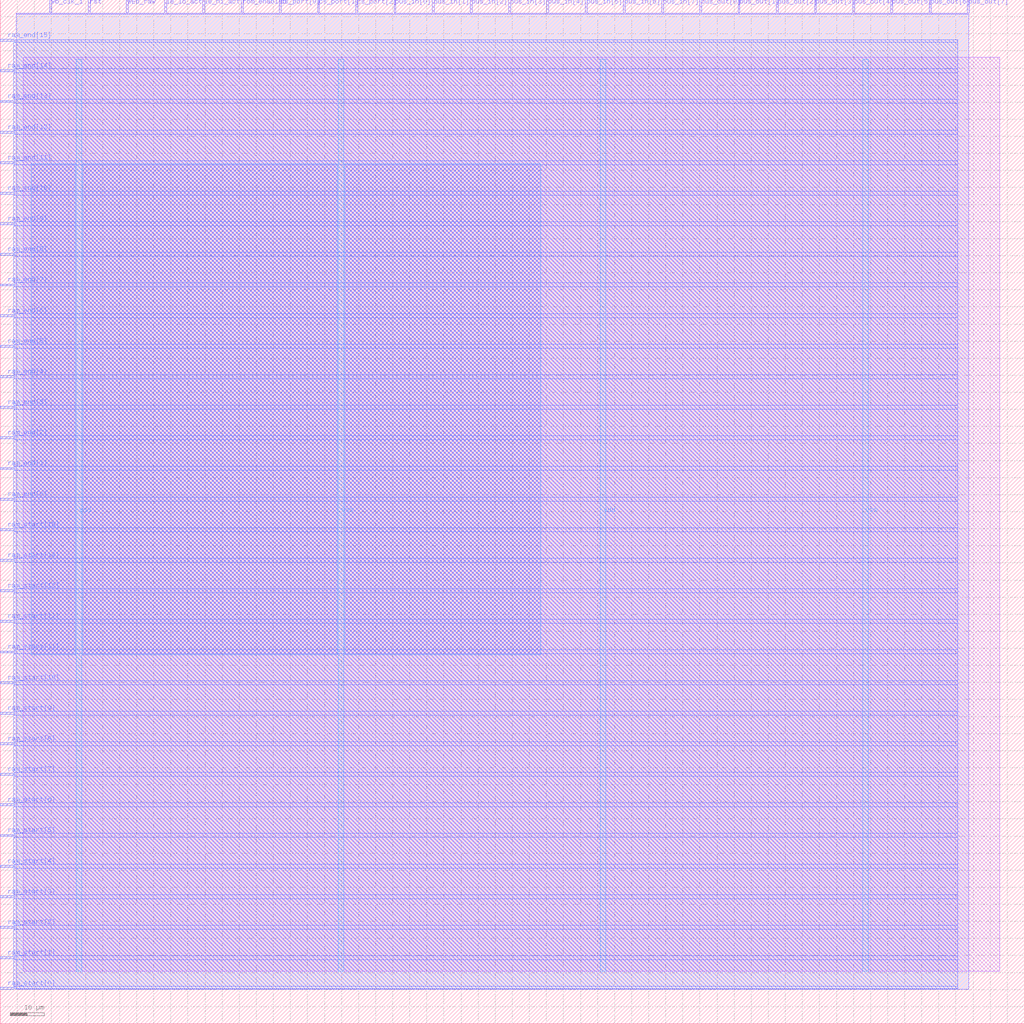
<source format=lef>
VERSION 5.7 ;
  NOWIREEXTENSIONATPIN ON ;
  DIVIDERCHAR "/" ;
  BUSBITCHARS "[]" ;
MACRO boot_rom
  CLASS BLOCK ;
  FOREIGN boot_rom ;
  ORIGIN 0.000 0.000 ;
  SIZE 300.000 BY 300.000 ;
  PIN WEb_raw
    DIRECTION INPUT ;
    USE SIGNAL ;
    ANTENNAGATEAREA 0.498500 ;
    ANTENNADIFFAREA 0.410400 ;
    PORT
      LAYER Metal2 ;
        RECT 36.960 296.000 37.520 300.000 ;
    END
  END WEb_raw
  PIN bus_in[0]
    DIRECTION INPUT ;
    USE SIGNAL ;
    ANTENNAGATEAREA 0.741000 ;
    ANTENNADIFFAREA 0.410400 ;
    PORT
      LAYER Metal2 ;
        RECT 115.360 296.000 115.920 300.000 ;
    END
  END bus_in[0]
  PIN bus_in[1]
    DIRECTION INPUT ;
    USE SIGNAL ;
    ANTENNAGATEAREA 0.741000 ;
    ANTENNADIFFAREA 0.410400 ;
    PORT
      LAYER Metal2 ;
        RECT 126.560 296.000 127.120 300.000 ;
    END
  END bus_in[1]
  PIN bus_in[2]
    DIRECTION INPUT ;
    USE SIGNAL ;
    ANTENNAGATEAREA 0.741000 ;
    ANTENNADIFFAREA 0.410400 ;
    PORT
      LAYER Metal2 ;
        RECT 137.760 296.000 138.320 300.000 ;
    END
  END bus_in[2]
  PIN bus_in[3]
    DIRECTION INPUT ;
    USE SIGNAL ;
    ANTENNAGATEAREA 0.741000 ;
    ANTENNADIFFAREA 0.410400 ;
    PORT
      LAYER Metal2 ;
        RECT 148.960 296.000 149.520 300.000 ;
    END
  END bus_in[3]
  PIN bus_in[4]
    DIRECTION INPUT ;
    USE SIGNAL ;
    ANTENNAGATEAREA 0.741000 ;
    ANTENNADIFFAREA 0.410400 ;
    PORT
      LAYER Metal2 ;
        RECT 160.160 296.000 160.720 300.000 ;
    END
  END bus_in[4]
  PIN bus_in[5]
    DIRECTION INPUT ;
    USE SIGNAL ;
    ANTENNAGATEAREA 0.741000 ;
    ANTENNADIFFAREA 0.410400 ;
    PORT
      LAYER Metal2 ;
        RECT 171.360 296.000 171.920 300.000 ;
    END
  END bus_in[5]
  PIN bus_in[6]
    DIRECTION INPUT ;
    USE SIGNAL ;
    ANTENNAGATEAREA 0.741000 ;
    ANTENNADIFFAREA 0.410400 ;
    PORT
      LAYER Metal2 ;
        RECT 182.560 296.000 183.120 300.000 ;
    END
  END bus_in[6]
  PIN bus_in[7]
    DIRECTION INPUT ;
    USE SIGNAL ;
    ANTENNAGATEAREA 0.741000 ;
    ANTENNADIFFAREA 0.410400 ;
    PORT
      LAYER Metal2 ;
        RECT 193.760 296.000 194.320 300.000 ;
    END
  END bus_in[7]
  PIN bus_out[0]
    DIRECTION OUTPUT TRISTATE ;
    USE SIGNAL ;
    ANTENNADIFFAREA 4.731200 ;
    PORT
      LAYER Metal2 ;
        RECT 204.960 296.000 205.520 300.000 ;
    END
  END bus_out[0]
  PIN bus_out[1]
    DIRECTION OUTPUT TRISTATE ;
    USE SIGNAL ;
    ANTENNADIFFAREA 4.731200 ;
    PORT
      LAYER Metal2 ;
        RECT 216.160 296.000 216.720 300.000 ;
    END
  END bus_out[1]
  PIN bus_out[2]
    DIRECTION OUTPUT TRISTATE ;
    USE SIGNAL ;
    ANTENNADIFFAREA 4.731200 ;
    PORT
      LAYER Metal2 ;
        RECT 227.360 296.000 227.920 300.000 ;
    END
  END bus_out[2]
  PIN bus_out[3]
    DIRECTION OUTPUT TRISTATE ;
    USE SIGNAL ;
    ANTENNADIFFAREA 4.731200 ;
    PORT
      LAYER Metal2 ;
        RECT 238.560 296.000 239.120 300.000 ;
    END
  END bus_out[3]
  PIN bus_out[4]
    DIRECTION OUTPUT TRISTATE ;
    USE SIGNAL ;
    ANTENNADIFFAREA 4.731200 ;
    PORT
      LAYER Metal2 ;
        RECT 249.760 296.000 250.320 300.000 ;
    END
  END bus_out[4]
  PIN bus_out[5]
    DIRECTION OUTPUT TRISTATE ;
    USE SIGNAL ;
    ANTENNADIFFAREA 4.731200 ;
    PORT
      LAYER Metal2 ;
        RECT 260.960 296.000 261.520 300.000 ;
    END
  END bus_out[5]
  PIN bus_out[6]
    DIRECTION OUTPUT TRISTATE ;
    USE SIGNAL ;
    ANTENNADIFFAREA 4.731200 ;
    PORT
      LAYER Metal2 ;
        RECT 272.160 296.000 272.720 300.000 ;
    END
  END bus_out[6]
  PIN bus_out[7]
    DIRECTION OUTPUT TRISTATE ;
    USE SIGNAL ;
    ANTENNADIFFAREA 4.731200 ;
    PORT
      LAYER Metal2 ;
        RECT 283.360 296.000 283.920 300.000 ;
    END
  END bus_out[7]
  PIN cs_port[0]
    DIRECTION INPUT ;
    USE SIGNAL ;
    ANTENNAGATEAREA 0.498500 ;
    ANTENNADIFFAREA 0.410400 ;
    PORT
      LAYER Metal2 ;
        RECT 81.760 296.000 82.320 300.000 ;
    END
  END cs_port[0]
  PIN cs_port[1]
    DIRECTION INPUT ;
    USE SIGNAL ;
    ANTENNAGATEAREA 0.498500 ;
    ANTENNADIFFAREA 0.410400 ;
    PORT
      LAYER Metal2 ;
        RECT 92.960 296.000 93.520 300.000 ;
    END
  END cs_port[1]
  PIN cs_port[2]
    DIRECTION INPUT ;
    USE SIGNAL ;
    ANTENNAGATEAREA 0.741000 ;
    ANTENNADIFFAREA 0.410400 ;
    PORT
      LAYER Metal2 ;
        RECT 104.160 296.000 104.720 300.000 ;
    END
  END cs_port[2]
  PIN le_hi_act
    DIRECTION INPUT ;
    USE SIGNAL ;
    ANTENNAGATEAREA 0.498500 ;
    ANTENNADIFFAREA 0.410400 ;
    PORT
      LAYER Metal2 ;
        RECT 59.360 296.000 59.920 300.000 ;
    END
  END le_hi_act
  PIN le_lo_act
    DIRECTION INPUT ;
    USE SIGNAL ;
    ANTENNAGATEAREA 0.498500 ;
    ANTENNADIFFAREA 0.410400 ;
    PORT
      LAYER Metal2 ;
        RECT 48.160 296.000 48.720 300.000 ;
    END
  END le_lo_act
  PIN ram_end[0]
    DIRECTION INPUT ;
    USE SIGNAL ;
    ANTENNAGATEAREA 0.741000 ;
    ANTENNADIFFAREA 0.410400 ;
    PORT
      LAYER Metal3 ;
        RECT 0.000 153.440 4.000 154.000 ;
    END
  END ram_end[0]
  PIN ram_end[10]
    DIRECTION INPUT ;
    USE SIGNAL ;
    ANTENNAGATEAREA 0.741000 ;
    ANTENNADIFFAREA 0.410400 ;
    PORT
      LAYER Metal3 ;
        RECT 0.000 243.040 4.000 243.600 ;
    END
  END ram_end[10]
  PIN ram_end[11]
    DIRECTION INPUT ;
    USE SIGNAL ;
    ANTENNAGATEAREA 0.741000 ;
    ANTENNADIFFAREA 0.410400 ;
    PORT
      LAYER Metal3 ;
        RECT 0.000 252.000 4.000 252.560 ;
    END
  END ram_end[11]
  PIN ram_end[12]
    DIRECTION INPUT ;
    USE SIGNAL ;
    ANTENNAGATEAREA 0.741000 ;
    ANTENNADIFFAREA 0.410400 ;
    PORT
      LAYER Metal3 ;
        RECT 0.000 260.960 4.000 261.520 ;
    END
  END ram_end[12]
  PIN ram_end[13]
    DIRECTION INPUT ;
    USE SIGNAL ;
    ANTENNAGATEAREA 0.741000 ;
    ANTENNADIFFAREA 0.410400 ;
    PORT
      LAYER Metal3 ;
        RECT 0.000 269.920 4.000 270.480 ;
    END
  END ram_end[13]
  PIN ram_end[14]
    DIRECTION INPUT ;
    USE SIGNAL ;
    ANTENNAGATEAREA 0.741000 ;
    ANTENNADIFFAREA 0.410400 ;
    PORT
      LAYER Metal3 ;
        RECT 0.000 278.880 4.000 279.440 ;
    END
  END ram_end[14]
  PIN ram_end[15]
    DIRECTION INPUT ;
    USE SIGNAL ;
    ANTENNAGATEAREA 0.741000 ;
    ANTENNADIFFAREA 0.410400 ;
    PORT
      LAYER Metal3 ;
        RECT 0.000 287.840 4.000 288.400 ;
    END
  END ram_end[15]
  PIN ram_end[1]
    DIRECTION INPUT ;
    USE SIGNAL ;
    ANTENNAGATEAREA 0.741000 ;
    ANTENNADIFFAREA 0.410400 ;
    PORT
      LAYER Metal3 ;
        RECT 0.000 162.400 4.000 162.960 ;
    END
  END ram_end[1]
  PIN ram_end[2]
    DIRECTION INPUT ;
    USE SIGNAL ;
    ANTENNAGATEAREA 0.498500 ;
    ANTENNADIFFAREA 0.410400 ;
    PORT
      LAYER Metal3 ;
        RECT 0.000 171.360 4.000 171.920 ;
    END
  END ram_end[2]
  PIN ram_end[3]
    DIRECTION INPUT ;
    USE SIGNAL ;
    ANTENNAGATEAREA 0.741000 ;
    ANTENNADIFFAREA 0.410400 ;
    PORT
      LAYER Metal3 ;
        RECT 0.000 180.320 4.000 180.880 ;
    END
  END ram_end[3]
  PIN ram_end[4]
    DIRECTION INPUT ;
    USE SIGNAL ;
    ANTENNAGATEAREA 0.741000 ;
    ANTENNADIFFAREA 0.410400 ;
    PORT
      LAYER Metal3 ;
        RECT 0.000 189.280 4.000 189.840 ;
    END
  END ram_end[4]
  PIN ram_end[5]
    DIRECTION INPUT ;
    USE SIGNAL ;
    ANTENNAGATEAREA 0.741000 ;
    ANTENNADIFFAREA 0.410400 ;
    PORT
      LAYER Metal3 ;
        RECT 0.000 198.240 4.000 198.800 ;
    END
  END ram_end[5]
  PIN ram_end[6]
    DIRECTION INPUT ;
    USE SIGNAL ;
    ANTENNAGATEAREA 0.741000 ;
    ANTENNADIFFAREA 0.410400 ;
    PORT
      LAYER Metal3 ;
        RECT 0.000 207.200 4.000 207.760 ;
    END
  END ram_end[6]
  PIN ram_end[7]
    DIRECTION INPUT ;
    USE SIGNAL ;
    ANTENNAGATEAREA 0.741000 ;
    ANTENNADIFFAREA 0.410400 ;
    PORT
      LAYER Metal3 ;
        RECT 0.000 216.160 4.000 216.720 ;
    END
  END ram_end[7]
  PIN ram_end[8]
    DIRECTION INPUT ;
    USE SIGNAL ;
    ANTENNAGATEAREA 0.741000 ;
    ANTENNADIFFAREA 0.410400 ;
    PORT
      LAYER Metal3 ;
        RECT 0.000 225.120 4.000 225.680 ;
    END
  END ram_end[8]
  PIN ram_end[9]
    DIRECTION INPUT ;
    USE SIGNAL ;
    ANTENNAGATEAREA 0.741000 ;
    ANTENNADIFFAREA 0.410400 ;
    PORT
      LAYER Metal3 ;
        RECT 0.000 234.080 4.000 234.640 ;
    END
  END ram_end[9]
  PIN ram_start[0]
    DIRECTION INPUT ;
    USE SIGNAL ;
    ANTENNAGATEAREA 0.726000 ;
    ANTENNADIFFAREA 0.410400 ;
    PORT
      LAYER Metal3 ;
        RECT 0.000 10.080 4.000 10.640 ;
    END
  END ram_start[0]
  PIN ram_start[10]
    DIRECTION INPUT ;
    USE SIGNAL ;
    ANTENNAGATEAREA 0.498500 ;
    ANTENNADIFFAREA 0.410400 ;
    PORT
      LAYER Metal3 ;
        RECT 0.000 99.680 4.000 100.240 ;
    END
  END ram_start[10]
  PIN ram_start[11]
    DIRECTION INPUT ;
    USE SIGNAL ;
    ANTENNAGATEAREA 0.741000 ;
    ANTENNADIFFAREA 0.410400 ;
    PORT
      LAYER Metal3 ;
        RECT 0.000 108.640 4.000 109.200 ;
    END
  END ram_start[11]
  PIN ram_start[12]
    DIRECTION INPUT ;
    USE SIGNAL ;
    ANTENNAGATEAREA 0.741000 ;
    ANTENNADIFFAREA 0.410400 ;
    PORT
      LAYER Metal3 ;
        RECT 0.000 117.600 4.000 118.160 ;
    END
  END ram_start[12]
  PIN ram_start[13]
    DIRECTION INPUT ;
    USE SIGNAL ;
    ANTENNAGATEAREA 0.741000 ;
    ANTENNADIFFAREA 0.410400 ;
    PORT
      LAYER Metal3 ;
        RECT 0.000 126.560 4.000 127.120 ;
    END
  END ram_start[13]
  PIN ram_start[14]
    DIRECTION INPUT ;
    USE SIGNAL ;
    ANTENNAGATEAREA 0.741000 ;
    ANTENNADIFFAREA 0.410400 ;
    PORT
      LAYER Metal3 ;
        RECT 0.000 135.520 4.000 136.080 ;
    END
  END ram_start[14]
  PIN ram_start[15]
    DIRECTION INPUT ;
    USE SIGNAL ;
    ANTENNAGATEAREA 0.741000 ;
    ANTENNADIFFAREA 0.410400 ;
    PORT
      LAYER Metal3 ;
        RECT 0.000 144.480 4.000 145.040 ;
    END
  END ram_start[15]
  PIN ram_start[1]
    DIRECTION INPUT ;
    USE SIGNAL ;
    ANTENNAGATEAREA 0.741000 ;
    ANTENNADIFFAREA 0.410400 ;
    PORT
      LAYER Metal3 ;
        RECT 0.000 19.040 4.000 19.600 ;
    END
  END ram_start[1]
  PIN ram_start[2]
    DIRECTION INPUT ;
    USE SIGNAL ;
    ANTENNAGATEAREA 0.726000 ;
    ANTENNADIFFAREA 0.410400 ;
    PORT
      LAYER Metal3 ;
        RECT 0.000 28.000 4.000 28.560 ;
    END
  END ram_start[2]
  PIN ram_start[3]
    DIRECTION INPUT ;
    USE SIGNAL ;
    ANTENNAGATEAREA 0.741000 ;
    ANTENNADIFFAREA 0.410400 ;
    PORT
      LAYER Metal3 ;
        RECT 0.000 36.960 4.000 37.520 ;
    END
  END ram_start[3]
  PIN ram_start[4]
    DIRECTION INPUT ;
    USE SIGNAL ;
    ANTENNAGATEAREA 0.741000 ;
    ANTENNADIFFAREA 0.410400 ;
    PORT
      LAYER Metal3 ;
        RECT 0.000 45.920 4.000 46.480 ;
    END
  END ram_start[4]
  PIN ram_start[5]
    DIRECTION INPUT ;
    USE SIGNAL ;
    ANTENNAGATEAREA 0.741000 ;
    ANTENNADIFFAREA 0.410400 ;
    PORT
      LAYER Metal3 ;
        RECT 0.000 54.880 4.000 55.440 ;
    END
  END ram_start[5]
  PIN ram_start[6]
    DIRECTION INPUT ;
    USE SIGNAL ;
    ANTENNAGATEAREA 0.741000 ;
    ANTENNADIFFAREA 0.410400 ;
    PORT
      LAYER Metal3 ;
        RECT 0.000 63.840 4.000 64.400 ;
    END
  END ram_start[6]
  PIN ram_start[7]
    DIRECTION INPUT ;
    USE SIGNAL ;
    ANTENNAGATEAREA 0.741000 ;
    ANTENNADIFFAREA 0.410400 ;
    PORT
      LAYER Metal3 ;
        RECT 0.000 72.800 4.000 73.360 ;
    END
  END ram_start[7]
  PIN ram_start[8]
    DIRECTION INPUT ;
    USE SIGNAL ;
    ANTENNAGATEAREA 0.498500 ;
    ANTENNADIFFAREA 0.410400 ;
    PORT
      LAYER Metal3 ;
        RECT 0.000 81.760 4.000 82.320 ;
    END
  END ram_start[8]
  PIN ram_start[9]
    DIRECTION INPUT ;
    USE SIGNAL ;
    ANTENNAGATEAREA 0.741000 ;
    ANTENNADIFFAREA 0.410400 ;
    PORT
      LAYER Metal3 ;
        RECT 0.000 90.720 4.000 91.280 ;
    END
  END ram_start[9]
  PIN rom_enabled
    DIRECTION INPUT ;
    USE SIGNAL ;
    ANTENNAGATEAREA 0.741000 ;
    ANTENNADIFFAREA 0.410400 ;
    PORT
      LAYER Metal2 ;
        RECT 70.560 296.000 71.120 300.000 ;
    END
  END rom_enabled
  PIN rst
    DIRECTION INPUT ;
    USE SIGNAL ;
    ANTENNAGATEAREA 0.741000 ;
    ANTENNADIFFAREA 0.410400 ;
    PORT
      LAYER Metal2 ;
        RECT 25.760 296.000 26.320 300.000 ;
    END
  END rst
  PIN vdd
    DIRECTION INOUT ;
    USE POWER ;
    PORT
      LAYER Metal4 ;
        RECT 22.240 15.380 23.840 282.540 ;
    END
    PORT
      LAYER Metal4 ;
        RECT 175.840 15.380 177.440 282.540 ;
    END
  END vdd
  PIN vss
    DIRECTION INOUT ;
    USE GROUND ;
    PORT
      LAYER Metal4 ;
        RECT 99.040 15.380 100.640 282.540 ;
    END
    PORT
      LAYER Metal4 ;
        RECT 252.640 15.380 254.240 282.540 ;
    END
  END vss
  PIN wb_clk_i
    DIRECTION INPUT ;
    USE SIGNAL ;
    ANTENNAGATEAREA 4.738000 ;
    ANTENNADIFFAREA 0.410400 ;
    PORT
      LAYER Metal2 ;
        RECT 14.560 296.000 15.120 300.000 ;
    END
  END wb_clk_i
  OBS
      LAYER Metal1 ;
        RECT 6.720 15.380 292.880 283.210 ;
      LAYER Metal2 ;
        RECT 4.620 295.700 14.260 296.000 ;
        RECT 15.420 295.700 25.460 296.000 ;
        RECT 26.620 295.700 36.660 296.000 ;
        RECT 37.820 295.700 47.860 296.000 ;
        RECT 49.020 295.700 59.060 296.000 ;
        RECT 60.220 295.700 70.260 296.000 ;
        RECT 71.420 295.700 81.460 296.000 ;
        RECT 82.620 295.700 92.660 296.000 ;
        RECT 93.820 295.700 103.860 296.000 ;
        RECT 105.020 295.700 115.060 296.000 ;
        RECT 116.220 295.700 126.260 296.000 ;
        RECT 127.420 295.700 137.460 296.000 ;
        RECT 138.620 295.700 148.660 296.000 ;
        RECT 149.820 295.700 159.860 296.000 ;
        RECT 161.020 295.700 171.060 296.000 ;
        RECT 172.220 295.700 182.260 296.000 ;
        RECT 183.420 295.700 193.460 296.000 ;
        RECT 194.620 295.700 204.660 296.000 ;
        RECT 205.820 295.700 215.860 296.000 ;
        RECT 217.020 295.700 227.060 296.000 ;
        RECT 228.220 295.700 238.260 296.000 ;
        RECT 239.420 295.700 249.460 296.000 ;
        RECT 250.620 295.700 260.660 296.000 ;
        RECT 261.820 295.700 271.860 296.000 ;
        RECT 273.020 295.700 283.060 296.000 ;
        RECT 4.620 10.170 283.780 295.700 ;
      LAYER Metal3 ;
        RECT 4.300 287.540 280.470 288.260 ;
        RECT 4.000 279.740 280.470 287.540 ;
        RECT 4.300 278.580 280.470 279.740 ;
        RECT 4.000 270.780 280.470 278.580 ;
        RECT 4.300 269.620 280.470 270.780 ;
        RECT 4.000 261.820 280.470 269.620 ;
        RECT 4.300 260.660 280.470 261.820 ;
        RECT 4.000 252.860 280.470 260.660 ;
        RECT 4.300 251.700 280.470 252.860 ;
        RECT 4.000 243.900 280.470 251.700 ;
        RECT 4.300 242.740 280.470 243.900 ;
        RECT 4.000 234.940 280.470 242.740 ;
        RECT 4.300 233.780 280.470 234.940 ;
        RECT 4.000 225.980 280.470 233.780 ;
        RECT 4.300 224.820 280.470 225.980 ;
        RECT 4.000 217.020 280.470 224.820 ;
        RECT 4.300 215.860 280.470 217.020 ;
        RECT 4.000 208.060 280.470 215.860 ;
        RECT 4.300 206.900 280.470 208.060 ;
        RECT 4.000 199.100 280.470 206.900 ;
        RECT 4.300 197.940 280.470 199.100 ;
        RECT 4.000 190.140 280.470 197.940 ;
        RECT 4.300 188.980 280.470 190.140 ;
        RECT 4.000 181.180 280.470 188.980 ;
        RECT 4.300 180.020 280.470 181.180 ;
        RECT 4.000 172.220 280.470 180.020 ;
        RECT 4.300 171.060 280.470 172.220 ;
        RECT 4.000 163.260 280.470 171.060 ;
        RECT 4.300 162.100 280.470 163.260 ;
        RECT 4.000 154.300 280.470 162.100 ;
        RECT 4.300 153.140 280.470 154.300 ;
        RECT 4.000 145.340 280.470 153.140 ;
        RECT 4.300 144.180 280.470 145.340 ;
        RECT 4.000 136.380 280.470 144.180 ;
        RECT 4.300 135.220 280.470 136.380 ;
        RECT 4.000 127.420 280.470 135.220 ;
        RECT 4.300 126.260 280.470 127.420 ;
        RECT 4.000 118.460 280.470 126.260 ;
        RECT 4.300 117.300 280.470 118.460 ;
        RECT 4.000 109.500 280.470 117.300 ;
        RECT 4.300 108.340 280.470 109.500 ;
        RECT 4.000 100.540 280.470 108.340 ;
        RECT 4.300 99.380 280.470 100.540 ;
        RECT 4.000 91.580 280.470 99.380 ;
        RECT 4.300 90.420 280.470 91.580 ;
        RECT 4.000 82.620 280.470 90.420 ;
        RECT 4.300 81.460 280.470 82.620 ;
        RECT 4.000 73.660 280.470 81.460 ;
        RECT 4.300 72.500 280.470 73.660 ;
        RECT 4.000 64.700 280.470 72.500 ;
        RECT 4.300 63.540 280.470 64.700 ;
        RECT 4.000 55.740 280.470 63.540 ;
        RECT 4.300 54.580 280.470 55.740 ;
        RECT 4.000 46.780 280.470 54.580 ;
        RECT 4.300 45.620 280.470 46.780 ;
        RECT 4.000 37.820 280.470 45.620 ;
        RECT 4.300 36.660 280.470 37.820 ;
        RECT 4.000 28.860 280.470 36.660 ;
        RECT 4.300 27.700 280.470 28.860 ;
        RECT 4.000 19.900 280.470 27.700 ;
        RECT 4.300 18.740 280.470 19.900 ;
        RECT 4.000 10.940 280.470 18.740 ;
        RECT 4.300 10.220 280.470 10.940 ;
      LAYER Metal4 ;
        RECT 9.100 108.170 21.940 251.910 ;
        RECT 24.140 108.170 98.740 251.910 ;
        RECT 100.940 108.170 158.340 251.910 ;
  END
END boot_rom
END LIBRARY


</source>
